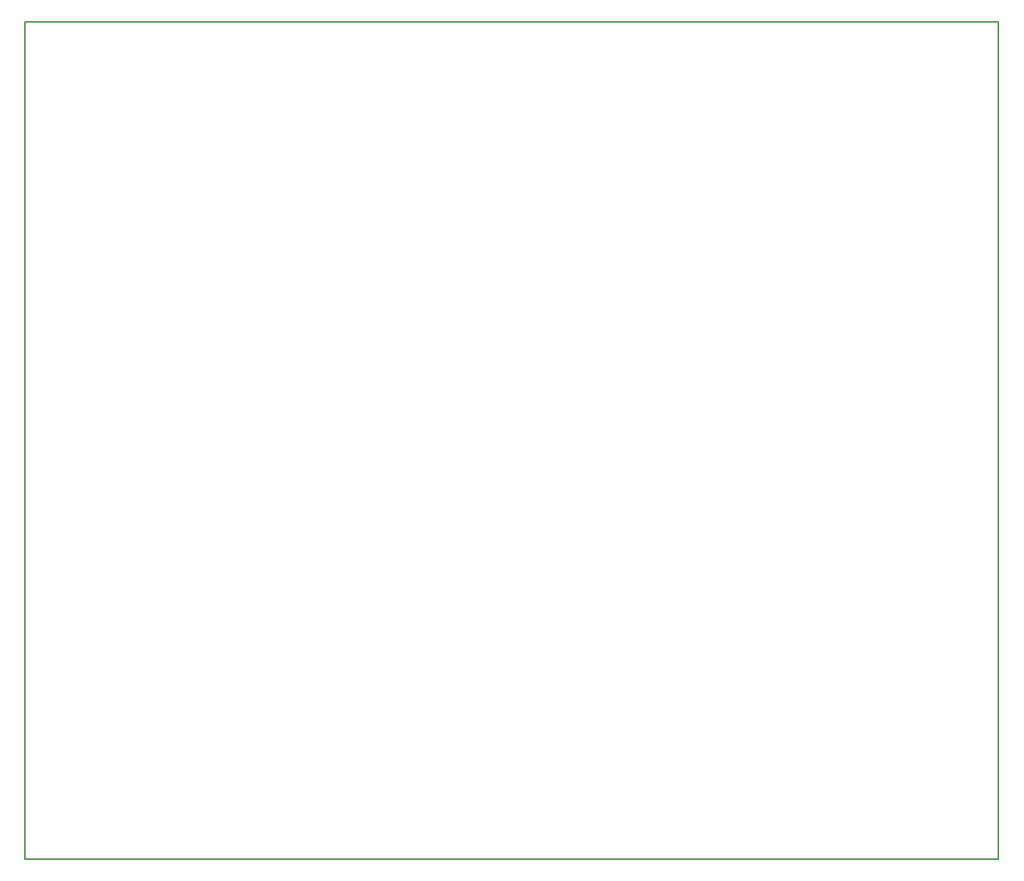
<source format=gm1>
G04 #@! TF.GenerationSoftware,KiCad,Pcbnew,8.0.3*
G04 #@! TF.CreationDate,2024-08-20T11:31:22+02:00*
G04 #@! TF.ProjectId,hydrocontroller_schematic,68796472-6f63-46f6-9e74-726f6c6c6572,rev?*
G04 #@! TF.SameCoordinates,Original*
G04 #@! TF.FileFunction,Profile,NP*
%FSLAX46Y46*%
G04 Gerber Fmt 4.6, Leading zero omitted, Abs format (unit mm)*
G04 Created by KiCad (PCBNEW 8.0.3) date 2024-08-20 11:31:22*
%MOMM*%
%LPD*%
G01*
G04 APERTURE LIST*
G04 #@! TA.AperFunction,Profile*
%ADD10C,0.200000*%
G04 #@! TD*
G04 APERTURE END LIST*
D10*
X55880000Y-30480000D02*
X165100000Y-30480000D01*
X165100000Y-124460000D01*
X55880000Y-124460000D01*
X55880000Y-30480000D01*
M02*

</source>
